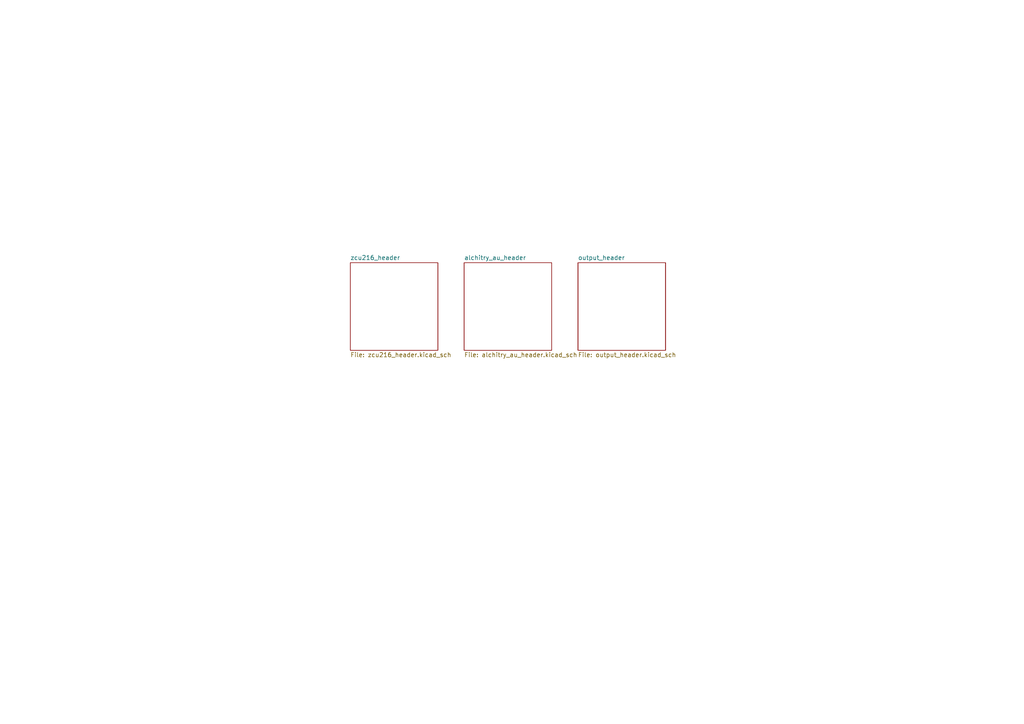
<source format=kicad_sch>
(kicad_sch
	(version 20250114)
	(generator "eeschema")
	(generator_version "9.0")
	(uuid "16d668cc-e8ef-4237-81d8-fbb7401527d9")
	(paper "A4")
	(lib_symbols)
	(sheet
		(at 101.6 76.2)
		(size 25.4 25.4)
		(exclude_from_sim no)
		(in_bom yes)
		(on_board yes)
		(dnp no)
		(fields_autoplaced yes)
		(stroke
			(width 0.1524)
			(type solid)
		)
		(fill
			(color 0 0 0 0.0000)
		)
		(uuid "07a23fa2-d12c-4921-97a3-482f4f2f6b7b")
		(property "Sheetname" "zcu216_header"
			(at 101.6 75.4884 0)
			(effects
				(font
					(size 1.27 1.27)
				)
				(justify left bottom)
			)
		)
		(property "Sheetfile" "zcu216_header.kicad_sch"
			(at 101.6 102.1846 0)
			(effects
				(font
					(size 1.27 1.27)
				)
				(justify left top)
			)
		)
		(instances
			(project "dacboard"
				(path "/35cb74e4-0f64-454b-9b50-bfac13ed28a5/7ae8c1dd-5c28-4985-bc49-d575e389aef0"
					(page "19")
				)
			)
		)
	)
	(sheet
		(at 134.62 76.2)
		(size 25.4 25.4)
		(exclude_from_sim no)
		(in_bom yes)
		(on_board yes)
		(dnp no)
		(fields_autoplaced yes)
		(stroke
			(width 0.1524)
			(type solid)
		)
		(fill
			(color 0 0 0 0.0000)
		)
		(uuid "3a359f7d-847e-4fe9-b2d0-8ca1a5344520")
		(property "Sheetname" "alchitry_au_header"
			(at 134.62 75.4884 0)
			(effects
				(font
					(size 1.27 1.27)
				)
				(justify left bottom)
			)
		)
		(property "Sheetfile" "alchitry_au_header.kicad_sch"
			(at 134.62 102.1846 0)
			(effects
				(font
					(size 1.27 1.27)
				)
				(justify left top)
			)
		)
		(instances
			(project "dacboard"
				(path "/35cb74e4-0f64-454b-9b50-bfac13ed28a5/7ae8c1dd-5c28-4985-bc49-d575e389aef0"
					(page "20")
				)
			)
		)
	)
	(sheet
		(at 167.64 76.2)
		(size 25.4 25.4)
		(exclude_from_sim no)
		(in_bom yes)
		(on_board yes)
		(dnp no)
		(fields_autoplaced yes)
		(stroke
			(width 0.1524)
			(type solid)
		)
		(fill
			(color 0 0 0 0.0000)
		)
		(uuid "4adb754a-2b3d-4d25-87ee-782eac5fb207")
		(property "Sheetname" "output_header"
			(at 167.64 75.4884 0)
			(effects
				(font
					(size 1.27 1.27)
				)
				(justify left bottom)
			)
		)
		(property "Sheetfile" "output_header.kicad_sch"
			(at 167.64 102.1846 0)
			(effects
				(font
					(size 1.27 1.27)
				)
				(justify left top)
			)
		)
		(instances
			(project "dacboard"
				(path "/35cb74e4-0f64-454b-9b50-bfac13ed28a5/7ae8c1dd-5c28-4985-bc49-d575e389aef0"
					(page "21")
				)
			)
		)
	)
)

</source>
